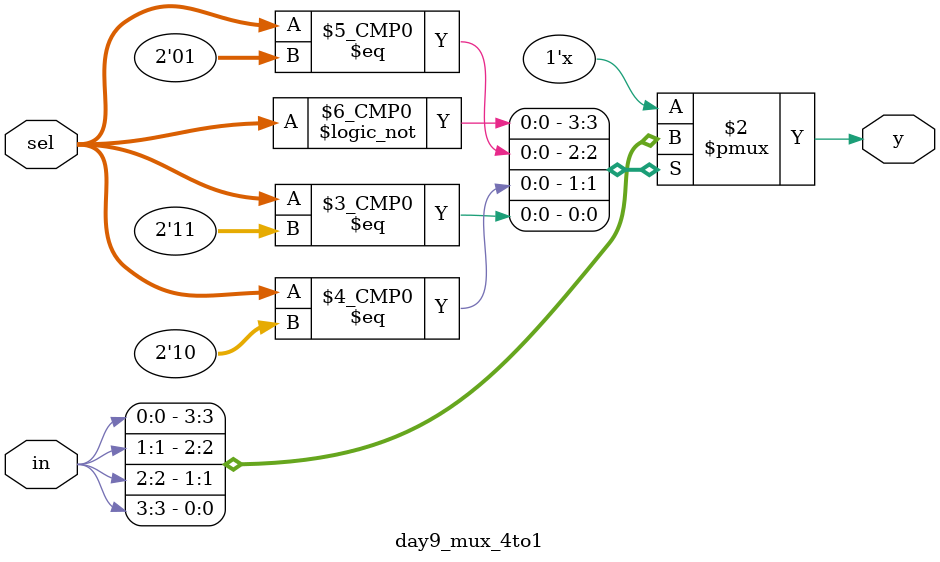
<source format=v>

module day9_mux_4to1(
    input wire [3:0] in,    // 4 inputs (bundled)
    input wire [1:0] sel,   // 2 select bits
    output reg y            // Output (must be 'reg' to use inside always block)
);

    // The "always" block triggers whenever 'in' or 'sel' changes
    always @(*) begin
        case(sel)
            2'b00: y = in[0]; // If sel is 00, output 0th bit
            2'b01: y = in[1]; // If sel is 01, output 1st bit
            2'b10: y = in[2]; // If sel is 10, output 2nd bit
            2'b11: y = in[3]; // If sel is 11, output 3rd bit
        endcase
    end

endmodule

</source>
